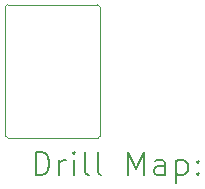
<source format=gbr>
%TF.GenerationSoftware,KiCad,Pcbnew,7.0.5-1.fc38*%
%TF.CreationDate,2023-07-07T14:29:09-04:00*%
%TF.ProjectId,bno085-i2c-board-v3-square,626e6f30-3835-42d6-9932-632d626f6172,rev?*%
%TF.SameCoordinates,Original*%
%TF.FileFunction,Drillmap*%
%TF.FilePolarity,Positive*%
%FSLAX45Y45*%
G04 Gerber Fmt 4.5, Leading zero omitted, Abs format (unit mm)*
G04 Created by KiCad (PCBNEW 7.0.5-1.fc38) date 2023-07-07 14:29:09*
%MOMM*%
%LPD*%
G01*
G04 APERTURE LIST*
%ADD10C,0.100000*%
%ADD11C,0.200000*%
G04 APERTURE END LIST*
D10*
X7240000Y-7490000D02*
G75*
G03*
X7260000Y-7470000I0J20000D01*
G01*
X7240000Y-6360000D02*
X6480000Y-6360000D01*
X6460000Y-7470000D02*
X6460000Y-6380000D01*
X7260000Y-6380000D02*
G75*
G03*
X7240000Y-6360000I-20000J0D01*
G01*
X7240000Y-7490000D02*
X6480000Y-7490000D01*
X6480000Y-6360000D02*
G75*
G03*
X6460000Y-6380000I0J-20000D01*
G01*
X6460000Y-7470000D02*
G75*
G03*
X6480000Y-7490000I20000J0D01*
G01*
X7260000Y-7470000D02*
X7260000Y-6380000D01*
D11*
X6715777Y-7806484D02*
X6715777Y-7606484D01*
X6715777Y-7606484D02*
X6763396Y-7606484D01*
X6763396Y-7606484D02*
X6791967Y-7616008D01*
X6791967Y-7616008D02*
X6811015Y-7635055D01*
X6811015Y-7635055D02*
X6820539Y-7654103D01*
X6820539Y-7654103D02*
X6830062Y-7692198D01*
X6830062Y-7692198D02*
X6830062Y-7720769D01*
X6830062Y-7720769D02*
X6820539Y-7758865D01*
X6820539Y-7758865D02*
X6811015Y-7777912D01*
X6811015Y-7777912D02*
X6791967Y-7796960D01*
X6791967Y-7796960D02*
X6763396Y-7806484D01*
X6763396Y-7806484D02*
X6715777Y-7806484D01*
X6915777Y-7806484D02*
X6915777Y-7673150D01*
X6915777Y-7711246D02*
X6925301Y-7692198D01*
X6925301Y-7692198D02*
X6934824Y-7682674D01*
X6934824Y-7682674D02*
X6953872Y-7673150D01*
X6953872Y-7673150D02*
X6972920Y-7673150D01*
X7039586Y-7806484D02*
X7039586Y-7673150D01*
X7039586Y-7606484D02*
X7030062Y-7616008D01*
X7030062Y-7616008D02*
X7039586Y-7625531D01*
X7039586Y-7625531D02*
X7049110Y-7616008D01*
X7049110Y-7616008D02*
X7039586Y-7606484D01*
X7039586Y-7606484D02*
X7039586Y-7625531D01*
X7163396Y-7806484D02*
X7144348Y-7796960D01*
X7144348Y-7796960D02*
X7134824Y-7777912D01*
X7134824Y-7777912D02*
X7134824Y-7606484D01*
X7268158Y-7806484D02*
X7249110Y-7796960D01*
X7249110Y-7796960D02*
X7239586Y-7777912D01*
X7239586Y-7777912D02*
X7239586Y-7606484D01*
X7496729Y-7806484D02*
X7496729Y-7606484D01*
X7496729Y-7606484D02*
X7563396Y-7749341D01*
X7563396Y-7749341D02*
X7630062Y-7606484D01*
X7630062Y-7606484D02*
X7630062Y-7806484D01*
X7811015Y-7806484D02*
X7811015Y-7701722D01*
X7811015Y-7701722D02*
X7801491Y-7682674D01*
X7801491Y-7682674D02*
X7782443Y-7673150D01*
X7782443Y-7673150D02*
X7744348Y-7673150D01*
X7744348Y-7673150D02*
X7725301Y-7682674D01*
X7811015Y-7796960D02*
X7791967Y-7806484D01*
X7791967Y-7806484D02*
X7744348Y-7806484D01*
X7744348Y-7806484D02*
X7725301Y-7796960D01*
X7725301Y-7796960D02*
X7715777Y-7777912D01*
X7715777Y-7777912D02*
X7715777Y-7758865D01*
X7715777Y-7758865D02*
X7725301Y-7739817D01*
X7725301Y-7739817D02*
X7744348Y-7730293D01*
X7744348Y-7730293D02*
X7791967Y-7730293D01*
X7791967Y-7730293D02*
X7811015Y-7720769D01*
X7906253Y-7673150D02*
X7906253Y-7873150D01*
X7906253Y-7682674D02*
X7925301Y-7673150D01*
X7925301Y-7673150D02*
X7963396Y-7673150D01*
X7963396Y-7673150D02*
X7982443Y-7682674D01*
X7982443Y-7682674D02*
X7991967Y-7692198D01*
X7991967Y-7692198D02*
X8001491Y-7711246D01*
X8001491Y-7711246D02*
X8001491Y-7768388D01*
X8001491Y-7768388D02*
X7991967Y-7787436D01*
X7991967Y-7787436D02*
X7982443Y-7796960D01*
X7982443Y-7796960D02*
X7963396Y-7806484D01*
X7963396Y-7806484D02*
X7925301Y-7806484D01*
X7925301Y-7806484D02*
X7906253Y-7796960D01*
X8087205Y-7787436D02*
X8096729Y-7796960D01*
X8096729Y-7796960D02*
X8087205Y-7806484D01*
X8087205Y-7806484D02*
X8077682Y-7796960D01*
X8077682Y-7796960D02*
X8087205Y-7787436D01*
X8087205Y-7787436D02*
X8087205Y-7806484D01*
X8087205Y-7682674D02*
X8096729Y-7692198D01*
X8096729Y-7692198D02*
X8087205Y-7701722D01*
X8087205Y-7701722D02*
X8077682Y-7692198D01*
X8077682Y-7692198D02*
X8087205Y-7682674D01*
X8087205Y-7682674D02*
X8087205Y-7701722D01*
M02*

</source>
